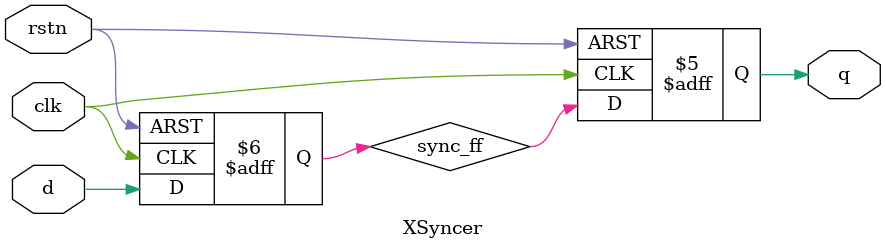
<source format=sv>

module XSyncer #(parameter N = 2) (
  input logic clk,
  input logic rstn,

  input  logic d,
  output logic q
);

logic [N-2:0] sync_ff;

integer i;

`ifndef SELECT_SRSTn
always_ff @(posedge clk or negedge rstn) begin
`else
always_ff @(posedge clk) begin
`endif
  if (~rstn) begin
    for (i = 0; i < N-1; i++)
      sync_ff [i] <= 1'b0;
    q <= 1'b0;
  end else begin
    sync_ff [0] <= d;
    for (i = 1; i < N-1; i++)
      sync_ff [i] <= sync_ff [i-1];
    q <= sync_ff [N-2];
  end
end

endmodule
// EOF

</source>
